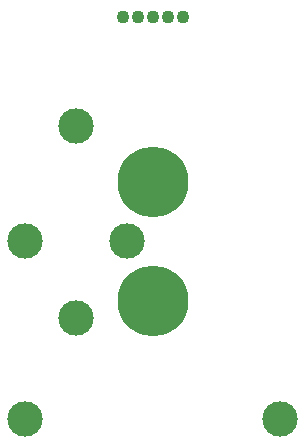
<source format=gbr>
%TF.GenerationSoftware,KiCad,Pcbnew,(6.99.0-1656-g034b57d9c0)*%
%TF.CreationDate,2022-05-27T10:29:39-07:00*%
%TF.ProjectId,GymTimer,47796d54-696d-4657-922e-6b696361645f,rev?*%
%TF.SameCoordinates,Original*%
%TF.FileFunction,Soldermask,Bot*%
%TF.FilePolarity,Negative*%
%FSLAX46Y46*%
G04 Gerber Fmt 4.6, Leading zero omitted, Abs format (unit mm)*
G04 Created by KiCad (PCBNEW (6.99.0-1656-g034b57d9c0)) date 2022-05-27 10:29:39*
%MOMM*%
%LPD*%
G01*
G04 APERTURE LIST*
%ADD10C,3.000000*%
%ADD11C,1.100000*%
%ADD12C,6.000000*%
G04 APERTURE END LIST*
D10*
%TO.C,M1*%
X97150000Y-99200000D03*
X101450000Y-89400000D03*
X101450000Y-105700000D03*
X105750000Y-99200000D03*
%TD*%
D11*
%TO.C,P1*%
X105410000Y-80200000D03*
X106680000Y-80200000D03*
X107950000Y-80200000D03*
X109220000Y-80200000D03*
X110490000Y-80200000D03*
%TD*%
D10*
%TO.C,BT1*%
X97150000Y-114200000D03*
X118750000Y-114200000D03*
%TD*%
D12*
%TO.C,REF\u002A\u002A*%
X107950000Y-104200000D03*
X107950000Y-94200000D03*
%TD*%
M02*

</source>
